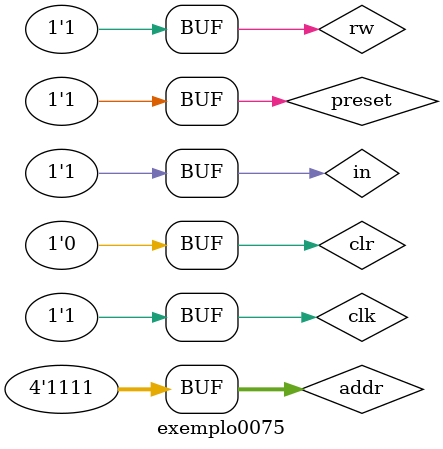
<source format=v>

`include "Exemplo0074.v"

module memoria8x8(output [7:0]out0, output [7:0]out1, input clk, input [3:0]addr, input rw, input in, input preset, input clr);

// Chamada das memórias 1x4

memoria2x8 m1(out0, clk, addr[3:2], rw, in, preset, clr);
memoria2x8 m2(out1, clk, addr[1:0], rw, in, preset, clr);

endmodule //memoria8x8

// ----------------
// Exemplo0075
// ----------------
module exemplo0075;

// ---------------- Definição de dados
wire [7:0]out0, out1;
reg [3:0]addr;
reg clk, rw, in, preset, clr;

// ---------------- Instância
 memoria8x8 memo8_8(out0, out1, clk, addr, rw, in, preset, clr);

// ---------------- Preparação
 initial begin: start
  clk = 1;
  addr = 4'b1111;
  rw = 0;
  in = 0;
  preset = 1;
  clr = 0;
 end
 
// ---------------- Parte principal
 initial begin: main
  $display("Exemplo0075 - Josemar Alves Caetano - 448662.");
  $display("Teste Memória RAM 8x8.\n");

  $monitor("Saídas: %b e %b",out0, out1);

   #1 clr = 1;
   #1 clr = 0;
   #1 clk = 1; addr = 4'b0011; rw = 1; in = 1;
   #1 clk = 1; addr = 4'b1100; rw = 1; in = 1;
   #1 addr = 4'b0001;
   #1 addr = 4'b0010;
   #1 addr = 4'b0011;
   #1 addr = 4'b0100;
   #1 addr = 4'b0101;
   #1 addr = 4'b0110;
   #1 addr = 4'b0111;
   #1 addr = 4'b1000;
   #1 addr = 4'b1111;


end

endmodule //exemplo0075




</source>
